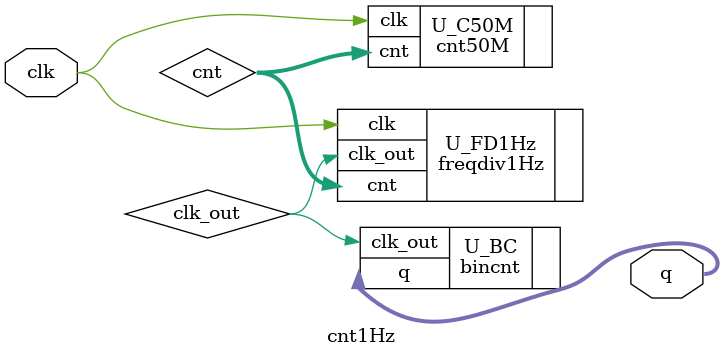
<source format=v>
`timescale 1ns / 1ps


module cnt1Hz(q, clk);
output [3:0] q;
input clk;
wire [25:0] cnt;
wire clk_out;

cnt50M U_C50M(.cnt(cnt), .clk(clk));
freqdiv1Hz U_FD1Hz(.clk_out(clk_out), .clk(clk), .cnt(cnt));
bincnt U_BC(.q(q), .clk_out(clk_out));

endmodule
</source>
